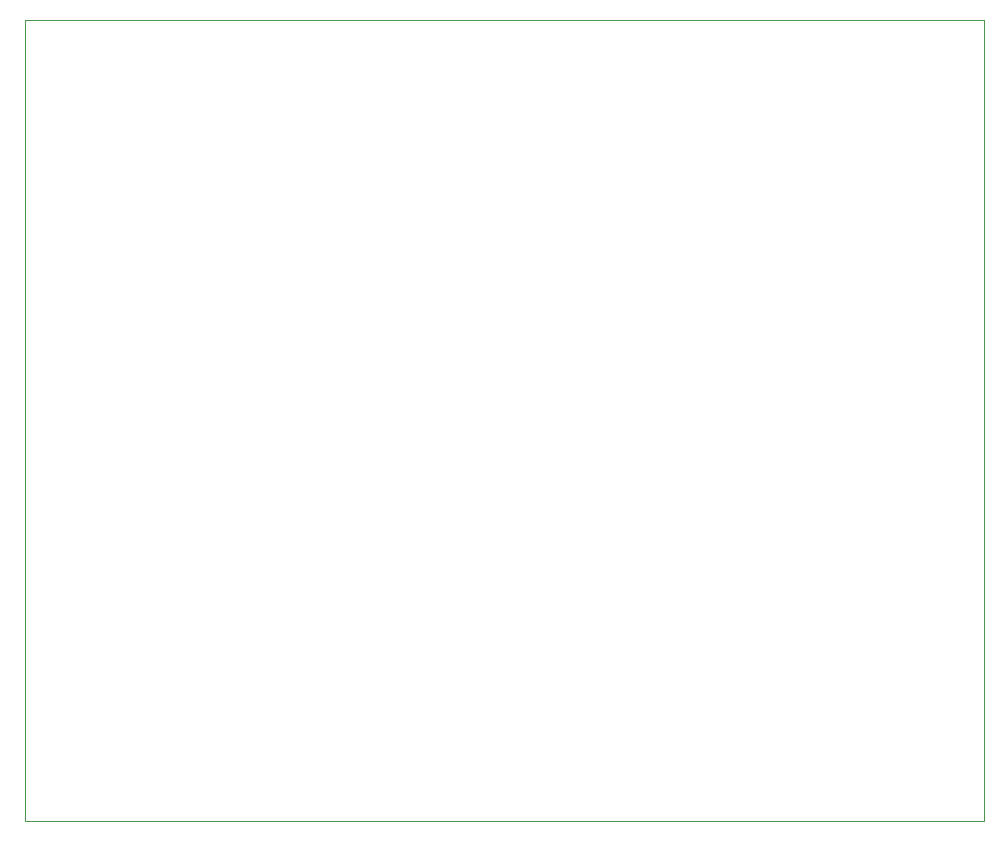
<source format=gbr>
%TF.GenerationSoftware,KiCad,Pcbnew,7.0.1*%
%TF.CreationDate,2023-05-28T14:58:13-06:00*%
%TF.ProjectId,Phase D,50686173-6520-4442-9e6b-696361645f70,rev?*%
%TF.SameCoordinates,Original*%
%TF.FileFunction,Profile,NP*%
%FSLAX46Y46*%
G04 Gerber Fmt 4.6, Leading zero omitted, Abs format (unit mm)*
G04 Created by KiCad (PCBNEW 7.0.1) date 2023-05-28 14:58:13*
%MOMM*%
%LPD*%
G01*
G04 APERTURE LIST*
%TA.AperFunction,Profile*%
%ADD10C,0.100000*%
%TD*%
G04 APERTURE END LIST*
D10*
X123550000Y-63020000D02*
X204785000Y-63020000D01*
X204785000Y-130860000D01*
X123550000Y-130860000D01*
X123550000Y-63020000D01*
M02*

</source>
